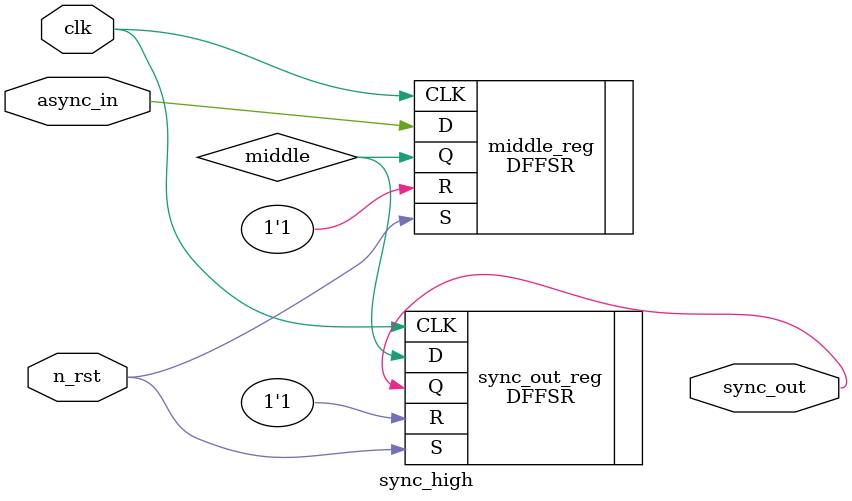
<source format=v>


module sync_high ( clk, n_rst, async_in, sync_out );
  input clk, n_rst, async_in;
  output sync_out;
  wire   middle;

  DFFSR middle_reg ( .D(async_in), .CLK(clk), .R(1'b1), .S(n_rst), .Q(middle)
         );
  DFFSR sync_out_reg ( .D(middle), .CLK(clk), .R(1'b1), .S(n_rst), .Q(sync_out) );
endmodule


</source>
